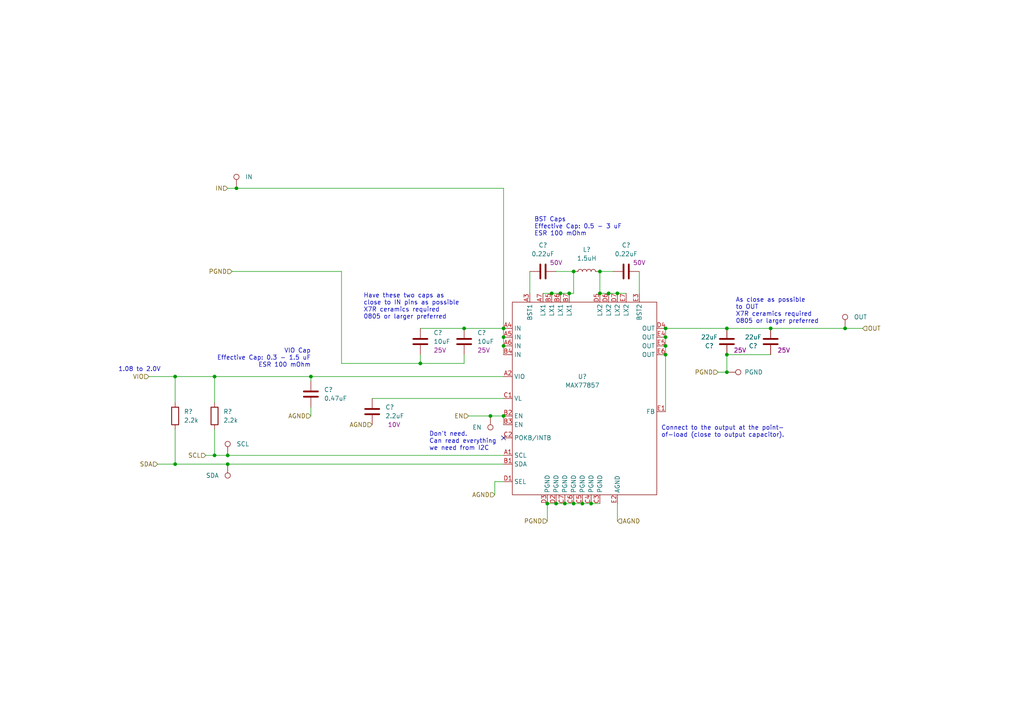
<source format=kicad_sch>
(kicad_sch (version 20211123) (generator eeschema)
  (paper "A4")
  (lib_symbols
    (symbol "Connector:TestPoint" (pin_numbers hide) (pin_names (offset 0.762) hide)
      (property "Reference" "TP" (at 0 6.858 0))
      (property "Value" "TestPoint" (at 0 5.08 0))
      (symbol "TestPoint_0_1"
        (circle (center 0 3.302) (radius 0.762))
      )
      (symbol "TestPoint_1_1"
        (pin passive line (at 0 0 90) (length 2.54) (name "1") (number "1"))
      )
    )
    (symbol "Device:C" (pin_numbers hide) (pin_names (offset 0.254))
      (property "Reference" "C" (at 0.635 2.54 0))
      (property "Value" "C" (at 0.635 -2.54 0))
      (symbol "C_0_1"
        (polyline (pts (xy -2.032 -0.762) (xy 2.032 -0.762)) (stroke (width 0.508)))
        (polyline (pts (xy -2.032 0.762) (xy 2.032 0.762)) (stroke (width 0.508)))
      )
      (symbol "C_1_1"
        (pin passive line (at 0 3.81 270) (length 2.794) (name "~") (number "1"))
        (pin passive line (at 0 -3.81 90) (length 2.794) (name "~") (number "2"))
      )
    )
    (symbol "Device:L" (pin_numbers hide) (pin_names (offset 1.016) hide)
      (property "Reference" "L" (at -1.27 0 90))
      (property "Value" "L" (at 1.905 0 90))
      (symbol "L_0_1"
        (arc (start 0 -2.54) (mid 0.635 -1.905) (end 0 -1.27))
        (arc (start 0 -1.27) (mid 0.635 -0.635) (end 0 0))
        (arc (start 0 0) (mid 0.635 0.635) (end 0 1.27))
        (arc (start 0 1.27) (mid 0.635 1.905) (end 0 2.54))
      )
      (symbol "L_1_1"
        (pin passive line (at 0 3.81 270) (length 1.27) (name "1") (number "1"))
        (pin passive line (at 0 -3.81 90) (length 1.27) (name "2") (number "2"))
      )
    )
    (symbol "Device:R" (pin_numbers hide) (pin_names (offset 0))
      (property "Reference" "R" (at 2.032 0 90))
      (property "Value" "R" (at 0 0 90))
      (symbol "R_0_1"
        (rectangle (start -1.016 -2.54) (end 1.016 2.54) (stroke (width 0.254)))
      )
      (symbol "R_1_1"
        (pin passive line (at 0 3.81 270) (length 1.27) (name "~") (number "1"))
        (pin passive line (at 0 -3.81 90) (length 1.27) (name "~") (number "2"))
      )
    )
    (symbol "Regulator_Switching:MAX77857"
      (property "Reference" "U" (at 0 0 0))
      (property "Value" "MAX77857" (at 0 -2.54 0))
      (symbol "MAX77857_0_1"
        (rectangle (start -20.32 24.13) (end 21.59 -31.75))
      )
      (symbol "MAX77857_1_1"
        (pin input line (at -22.86 -20.32 0) (length 2.54) (name "SCL") (number "A1"))
        (pin power_in line (at -22.86 2.54 0) (length 2.54) (name "VIO") (number "A2"))
        (pin power_in line (at -15.24 26.67 270) (length 2.54) (name "BST1") (number "A3"))
        (pin power_in line (at -22.86 16.51 0) (length 2.54) (name "IN") (number "A4"))
        (pin power_in line (at -22.86 13.97 0) (length 2.54) (name "IN") (number "A5"))
        (pin power_in line (at -22.86 11.43 0) (length 2.54) (name "IN") (number "A6"))
        (pin unspecified line (at -11.43 26.67 270) (length 2.54) (name "LX1") (number "A7"))
        (pin bidirectional line (at -22.86 -22.86 0) (length 2.54) (name "SDA") (number "B1"))
        (pin input line (at -22.86 -8.89 0) (length 2.54) (name "EN") (number "B2"))
        (pin input line (at -22.86 -11.43 0) (length 2.54) (name "EN") (number "B3"))
        (pin power_in line (at -22.86 8.89 0) (length 2.54) (name "IN") (number "B4"))
        (pin unspecified line (at -8.89 26.67 270) (length 2.54) (name "LX1") (number "B5"))
        (pin unspecified line (at -6.35 26.67 270) (length 2.54) (name "LX1") (number "B6"))
        (pin unspecified line (at -3.81 26.67 270) (length 2.54) (name "LX1") (number "B7"))
        (pin unspecified line (at -22.86 -3.81 0) (length 2.54) (name "VL") (number "C1"))
        (pin output line (at -22.86 -15.24 0) (length 2.54) (name "POKB/INTB") (number "C2"))
        (pin power_in line (at 5.08 -34.29 90) (length 2.54) (name "PGND") (number "C3"))
        (pin power_in line (at 2.54 -34.29 90) (length 2.54) (name "PGND") (number "C4"))
        (pin power_in line (at 0 -34.29 90) (length 2.54) (name "PGND") (number "C5"))
        (pin power_in line (at -2.54 -34.29 90) (length 2.54) (name "PGND") (number "C6"))
        (pin power_in line (at -5.08 -34.29 90) (length 2.54) (name "PGND") (number "C7"))
        (pin unspecified line (at -22.86 -27.94 0) (length 2.54) (name "SEL") (number "D1"))
        (pin power_in line (at -7.62 -34.29 90) (length 2.54) (name "PGND") (number "D2"))
        (pin power_in line (at -10.16 -34.29 90) (length 2.54) (name "PGND") (number "D3"))
        (pin power_out line (at 24.13 16.51 180) (length 2.54) (name "OUT") (number "D4"))
        (pin unspecified line (at 5.08 26.67 270) (length 2.54) (name "LX2") (number "D5"))
        (pin unspecified line (at 7.62 26.67 270) (length 2.54) (name "LX2") (number "D6"))
        (pin unspecified line (at 10.16 26.67 270) (length 2.54) (name "LX2") (number "D7"))
        (pin unspecified line (at 24.13 -7.62 180) (length 2.54) (name "FB") (number "E1"))
        (pin power_in line (at 10.16 -34.29 90) (length 2.54) (name "AGND") (number "E2"))
        (pin power_in line (at 16.51 26.67 270) (length 2.54) (name "BST2") (number "E3"))
        (pin power_out line (at 24.13 13.97 180) (length 2.54) (name "OUT") (number "E4"))
        (pin power_out line (at 24.13 11.43 180) (length 2.54) (name "OUT") (number "E5"))
        (pin power_out line (at 24.13 8.89 180) (length 2.54) (name "OUT") (number "E6"))
        (pin unspecified line (at 12.7 26.67 270) (length 2.54) (name "LX2") (number "E7"))
      )
    )
  )
  (junction (at 210.82 107.95))
  (junction (at 142.24 120.65))
  (junction (at 121.92 105.41))
  (junction (at 62.23 132.08))
  (junction (at 193.04 102.87))
  (junction (at 158.75 146.05))
  (junction (at 66.04 132.08))
  (junction (at 166.37 146.05))
  (junction (at 161.29 146.05))
  (junction (at 210.82 102.87))
  (junction (at 162.56 85.09))
  (junction (at 50.8 109.22))
  (junction (at 163.83 146.05))
  (junction (at 166.37 78.74))
  (junction (at 146.05 120.65))
  (junction (at 171.45 146.05))
  (junction (at 50.8 134.62))
  (junction (at 68.58 54.61))
  (junction (at 173.99 85.09))
  (junction (at 90.17 109.22))
  (junction (at 160.02 85.09))
  (junction (at 193.04 100.33))
  (junction (at 62.23 109.22))
  (junction (at 66.04 134.62))
  (junction (at 173.99 78.74))
  (junction (at 176.53 85.09))
  (junction (at 146.05 97.79))
  (junction (at 168.91 146.05))
  (junction (at 179.07 85.09))
  (junction (at 245.11 95.25))
  (junction (at 146.05 95.25))
  (junction (at 193.04 97.79))
  (junction (at 210.82 95.25))
  (junction (at 165.1 85.09))
  (junction (at 223.52 95.25))
  (junction (at 146.05 100.33))
  (junction (at 134.62 95.25))
  (junction (at 193.04 95.25))
  (no_connect (at 146.05 127))
  (wire (pts (xy 99.06 78.74) (xy 99.06 105.41)))
  (wire (pts (xy 146.05 97.79) (xy 146.05 100.33)))
  (wire (pts (xy 45.72 134.62) (xy 50.8 134.62)))
  (wire (pts (xy 193.04 100.33) (xy 193.04 102.87)))
  (wire (pts (xy 153.67 78.74) (xy 153.67 85.09)))
  (wire (pts (xy 50.8 124.46) (xy 50.8 134.62)))
  (wire (pts (xy 161.29 146.05) (xy 163.83 146.05)))
  (wire (pts (xy 43.18 109.22) (xy 50.8 109.22)))
  (wire (pts (xy 143.51 139.7) (xy 143.51 143.51)))
  (wire (pts (xy 134.62 95.25) (xy 146.05 95.25)))
  (wire (pts (xy 173.99 78.74) (xy 173.99 85.09)))
  (wire (pts (xy 166.37 146.05) (xy 168.91 146.05)))
  (wire (pts (xy 134.62 105.41) (xy 134.62 102.87)))
  (wire (pts (xy 146.05 100.33) (xy 146.05 102.87)))
  (wire (pts (xy 67.31 78.74) (xy 99.06 78.74)))
  (wire (pts (xy 168.91 146.05) (xy 171.45 146.05)))
  (wire (pts (xy 62.23 124.46) (xy 62.23 132.08)))
  (wire (pts (xy 121.92 95.25) (xy 134.62 95.25)))
  (wire (pts (xy 62.23 109.22) (xy 90.17 109.22)))
  (wire (pts (xy 163.83 146.05) (xy 166.37 146.05)))
  (wire (pts (xy 193.04 97.79) (xy 193.04 100.33)))
  (wire (pts (xy 66.04 132.08) (xy 146.05 132.08)))
  (wire (pts (xy 173.99 78.74) (xy 177.8 78.74)))
  (wire (pts (xy 160.02 85.09) (xy 162.56 85.09)))
  (wire (pts (xy 146.05 95.25) (xy 146.05 97.79)))
  (wire (pts (xy 245.11 95.25) (xy 250.19 95.25)))
  (wire (pts (xy 62.23 132.08) (xy 66.04 132.08)))
  (wire (pts (xy 50.8 116.84) (xy 50.8 109.22)))
  (wire (pts (xy 90.17 110.49) (xy 90.17 109.22)))
  (wire (pts (xy 179.07 146.05) (xy 179.07 151.13)))
  (wire (pts (xy 146.05 54.61) (xy 146.05 95.25)))
  (wire (pts (xy 210.82 95.25) (xy 223.52 95.25)))
  (wire (pts (xy 90.17 109.22) (xy 146.05 109.22)))
  (wire (pts (xy 143.51 139.7) (xy 146.05 139.7)))
  (wire (pts (xy 121.92 105.41) (xy 121.92 102.87)))
  (wire (pts (xy 50.8 134.62) (xy 66.04 134.62)))
  (wire (pts (xy 161.29 78.74) (xy 166.37 78.74)))
  (wire (pts (xy 185.42 78.74) (xy 185.42 85.09)))
  (wire (pts (xy 135.89 120.65) (xy 142.24 120.65)))
  (wire (pts (xy 176.53 85.09) (xy 179.07 85.09)))
  (wire (pts (xy 193.04 95.25) (xy 193.04 97.79)))
  (wire (pts (xy 66.04 54.61) (xy 68.58 54.61)))
  (wire (pts (xy 193.04 102.87) (xy 193.04 119.38)))
  (wire (pts (xy 210.82 102.87) (xy 210.82 107.95)))
  (wire (pts (xy 90.17 118.11) (xy 90.17 120.65)))
  (wire (pts (xy 142.24 120.65) (xy 146.05 120.65)))
  (wire (pts (xy 157.48 85.09) (xy 160.02 85.09)))
  (wire (pts (xy 193.04 95.25) (xy 210.82 95.25)))
  (wire (pts (xy 165.1 85.09) (xy 166.37 85.09)))
  (wire (pts (xy 50.8 109.22) (xy 62.23 109.22)))
  (wire (pts (xy 158.75 146.05) (xy 158.75 151.13)))
  (wire (pts (xy 99.06 105.41) (xy 121.92 105.41)))
  (wire (pts (xy 121.92 105.41) (xy 134.62 105.41)))
  (wire (pts (xy 179.07 85.09) (xy 181.61 85.09)))
  (wire (pts (xy 66.04 134.62) (xy 146.05 134.62)))
  (wire (pts (xy 173.99 85.09) (xy 176.53 85.09)))
  (wire (pts (xy 223.52 95.25) (xy 245.11 95.25)))
  (wire (pts (xy 146.05 120.65) (xy 146.05 123.19)))
  (wire (pts (xy 158.75 146.05) (xy 161.29 146.05)))
  (wire (pts (xy 162.56 85.09) (xy 165.1 85.09)))
  (wire (pts (xy 223.52 102.87) (xy 210.82 102.87)))
  (wire (pts (xy 171.45 146.05) (xy 173.99 146.05)))
  (wire (pts (xy 62.23 116.84) (xy 62.23 109.22)))
  (wire (pts (xy 68.58 54.61) (xy 146.05 54.61)))
  (wire (pts (xy 107.95 115.57) (xy 146.05 115.57)))
  (wire (pts (xy 210.82 107.95) (xy 208.28 107.95)))
  (wire (pts (xy 59.69 132.08) (xy 62.23 132.08)))
  (wire (pts (xy 166.37 85.09) (xy 166.37 78.74)))
  (text "Have these two caps as \nclose to IN pins as possible\nX7R ceramics required\n0805 or larger preferred" (at 105.41 92.71 0) (effects (font (size 1.27 1.27)) (justify left bottom)))
  (text "Connect to the output at the point-\nof-load (close to output capacitor)." (at 191.77 127 0) (effects (font (size 1.27 1.27)) (justify left bottom)))
  (text "Don't need.\nCan read everything \nwe need from I2C" (at 124.46 130.81 0) (effects (font (size 1.27 1.27)) (justify left bottom)))
  (text "BST Caps\nEffective Cap: 0.5 - 3 uF\nESR 100 mOhm" (at 154.94 68.58 0) (effects (font (size 1.27 1.27)) (justify left bottom)))
  (text "1.08 to 2.0V" (at 34.29 107.95 0) (effects (font (size 1.27 1.27)) (justify left bottom)))
  (text "As close as possible\nto OUT\nX7R ceramics required\n0805 or larger preferred" (at 213.36 93.98 0) (effects (font (size 1.27 1.27)) (justify left bottom)))
  (text "VIO Cap\nEffective Cap: 0.3 - 1.5 uF\nESR 100 mOhm" (at 90.17 106.68 180) (effects (font (size 1.27 1.27)) (justify right bottom)))
  (hierarchical_label "OUT" (shape input) (at 250.19 95.25 0))
  (hierarchical_label "VIO" (shape input) (at 43.18 109.22 180))
  (hierarchical_label "EN" (shape input) (at 135.89 120.65 180))
  (hierarchical_label "AGND" (shape input) (at 107.95 123.19 180))
  (hierarchical_label "PGND" (shape input) (at 208.28 107.95 180))
  (hierarchical_label "SCL" (shape input) (at 59.69 132.08 180))
  (hierarchical_label "PGND" (shape input) (at 158.75 151.13 180))
  (hierarchical_label "SDA" (shape input) (at 45.72 134.62 180))
  (hierarchical_label "IN" (shape input) (at 66.04 54.61 180))
  (hierarchical_label "AGND" (shape input) (at 179.07 151.13 0))
  (hierarchical_label "AGND" (shape input) (at 143.51 143.51 180))
  (hierarchical_label "AGND" (shape input) (at 90.17 120.65 180))
  (hierarchical_label "PGND" (shape input) (at 67.31 78.74 180))
  (symbol (lib_id "Regulator_Switching:MAX77857") (at 168.91 111.76 0) (unit 1)
    (property "Reference" "U?" (at 168.91 109.22 0))
    (property "Value" "MAX77857" (at 168.91 111.76 0))
    (property "Footprint" "Package_BGA:WLP-35_7x5_2.828x2.028mm" (effects hide))
  )
  (symbol (lib_id "Connector:TestPoint") (at 68.58 54.61 0) (unit 1)
    (property "Reference" "IN" (at 71.12 51.3079 0) (effects (justify left)))
    (property "Value" "TestPoint" (effects hide))
  )
  (symbol (lib_id "Device:C") (at 107.95 119.38 0) (unit 1)
    (property "Reference" "C?" (at 111.76 118.1099 0) (effects (justify left)))
    (property "Value" "2.2uF" (at 111.76 120.6499 0) (effects (justify left)))
    (property "Description" "10V" (at 114.3 123.19 0))
  )
  (symbol (lib_id "Connector:TestPoint") (at 142.24 120.65 0) (mirror x) (unit 1)
    (property "Reference" "EN" (at 139.7 123.9519 0) (effects (justify right)))
    (property "Value" "TestPoint" (effects hide))
  )
  (symbol (lib_id "Device:C") (at 134.62 99.06 0) (unit 1)
    (property "Reference" "C?" (at 138.43 96.5199 0) (effects (justify left)))
    (property "Value" "10uF" (at 138.43 99.0599 0) (effects (justify left)))
    (property "Description" "25V" (at 138.43 101.5999 0) (effects (justify left)))
  )
  (symbol (lib_id "Device:R") (at 50.8 120.65 0) (unit 1)
    (property "Reference" "R?" (at 53.34 119.3799 0) (effects (justify left)))
    (property "Value" "2.2k" (at 53.34 121.9199 0) (effects (justify left)))
  )
  (symbol (lib_id "Connector:TestPoint") (at 66.04 132.08 0) (unit 1)
    (property "Reference" "SCL" (at 68.58 128.7779 0) (effects (justify left)))
    (property "Value" "TestPoint" (effects hide))
  )
  (symbol (lib_id "Device:C") (at 121.92 99.06 0) (unit 1)
    (property "Reference" "C?" (at 125.73 96.5199 0) (effects (justify left)))
    (property "Value" "10uF" (at 125.73 99.0599 0) (effects (justify left)))
    (property "Description" "25V" (at 125.73 101.5999 0) (effects (justify left)))
  )
  (symbol (lib_id "Connector:TestPoint") (at 245.11 95.25 0) (unit 1)
    (property "Reference" "OUT" (at 247.65 91.9479 0) (effects (justify left)))
    (property "Value" "TestPoint" (effects hide))
  )
  (symbol (lib_id "Connector:TestPoint") (at 210.82 107.95 270) (unit 1)
    (property "Reference" "PGND" (at 215.9 107.9499 90) (effects (justify left)))
    (property "Value" "TestPoint" (effects hide))
  )
  (symbol (lib_id "Device:C") (at 223.52 99.06 180) (unit 1)
    (property "Reference" "C?" (at 218.44 100.33 0))
    (property "Value" "22uF" (at 218.44 97.79 0))
    (property "Description" "25V" (at 227.33 101.6 0))
  )
  (symbol (lib_id "Device:L") (at 170.18 78.74 90) (unit 1)
    (property "Reference" "L?" (at 170.18 72.39 90))
    (property "Value" "1.5uH" (at 170.18 74.93 90))
    (property "Part Number" "CDMT40D20HF-1R5NC" (effects hide))
    (property "Description" "DCR < 22 mOhms. I_sat > 7A" (effects hide))
  )
  (symbol (lib_id "Device:C") (at 210.82 99.06 180) (unit 1)
    (property "Reference" "C?" (at 205.74 100.33 0))
    (property "Value" "22uF" (at 205.74 97.79 0))
    (property "Description" "25V" (at 214.63 101.6 0))
  )
  (symbol (lib_id "Device:C") (at 157.48 78.74 90) (unit 1)
    (property "Reference" "C?" (at 157.48 71.12 90))
    (property "Value" "0.22uF" (at 157.48 73.66 90))
    (property "Description" "50V" (at 161.29 76.2 90))
  )
  (symbol (lib_id "Device:C") (at 90.17 114.3 0) (unit 1)
    (property "Reference" "C?" (at 93.98 113.0299 0) (effects (justify left)))
    (property "Value" "0.47uF" (at 93.98 115.5699 0) (effects (justify left)))
    (property "Description" "6.3V" (effects hide))
  )
  (symbol (lib_id "Device:C") (at 181.61 78.74 90) (unit 1)
    (property "Reference" "C?" (at 181.61 71.12 90))
    (property "Value" "0.22uF" (at 181.61 73.66 90))
    (property "Description" "50V" (at 185.42 76.2 90))
  )
  (symbol (lib_id "Device:R") (at 62.23 120.65 0) (unit 1)
    (property "Reference" "R?" (at 64.77 119.3799 0) (effects (justify left)))
    (property "Value" "2.2k" (at 64.77 121.9199 0) (effects (justify left)))
  )
  (symbol (lib_id "Connector:TestPoint") (at 66.04 134.62 0) (mirror x) (unit 1)
    (property "Reference" "SDA" (at 63.5 137.9219 0) (effects (justify right)))
    (property "Value" "TestPoint" (effects hide))
  )
)
</source>
